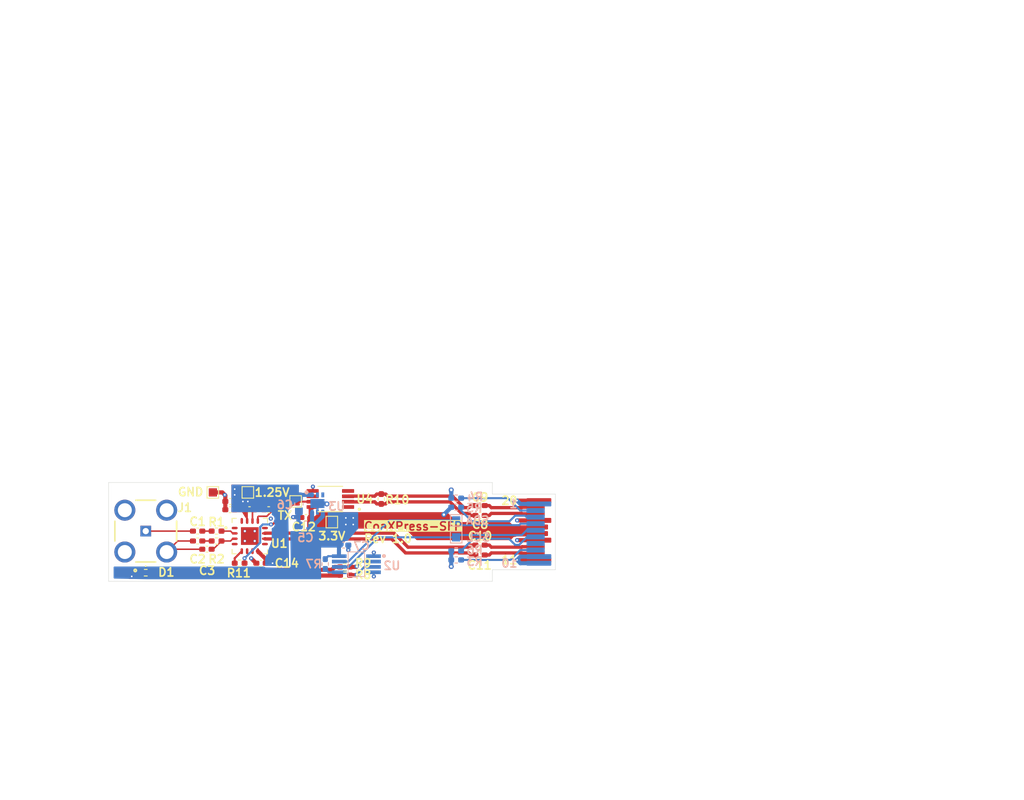
<source format=kicad_pcb>
(kicad_pcb
	(version 20241229)
	(generator "pcbnew")
	(generator_version "9.0")
	(general
		(thickness 1.066)
		(legacy_teardrops no)
	)
	(paper "A4")
	(title_block
		(title "CoaXPress-SFP")
		(date "2025-04-08")
		(rev "1.0")
		(company "M-Labs Limited")
		(comment 1 "Morgan Cheng Tsz Lok")
	)
	(layers
		(0 "F.Cu" signal)
		(4 "In1.Cu" power "L2.Cu")
		(6 "In2.Cu" power "L3.Cu")
		(2 "B.Cu" signal)
		(9 "F.Adhes" user "F.Adhesive")
		(11 "B.Adhes" user "B.Adhesive")
		(13 "F.Paste" user)
		(15 "B.Paste" user)
		(5 "F.SilkS" user "F.Silkscreen")
		(7 "B.SilkS" user "B.Silkscreen")
		(1 "F.Mask" user)
		(3 "B.Mask" user)
		(17 "Dwgs.User" user "User.Drawings")
		(19 "Cmts.User" user "User.Comments")
		(21 "Eco1.User" user "User.Eco1")
		(23 "Eco2.User" user "User.Eco2")
		(25 "Edge.Cuts" user)
		(27 "Margin" user)
		(31 "F.CrtYd" user "F.Courtyard")
		(29 "B.CrtYd" user "B.Courtyard")
		(35 "F.Fab" user)
		(33 "B.Fab" user)
		(39 "User.1" user)
		(41 "User.2" user)
		(43 "User.3" user)
		(45 "User.4" user)
	)
	(setup
		(stackup
			(layer "F.SilkS"
				(type "Top Silk Screen")
			)
			(layer "F.Paste"
				(type "Top Solder Paste")
			)
			(layer "F.Mask"
				(type "Top Solder Mask")
				(thickness 0.03)
			)
			(layer "F.Cu"
				(type "copper")
				(thickness 0.035)
			)
			(layer "dielectric 1"
				(type "prepreg")
				(thickness 0.2 locked)
				(material "FR4 TU-883A")
				(epsilon_r 3.66)
				(loss_tangent 0.0027)
			)
			(layer "In1.Cu"
				(type "copper")
				(thickness 0.018)
			)
			(layer "dielectric 2"
				(type "core")
				(thickness 0.5 locked)
				(material "FR4")
				(epsilon_r 4.6)
				(loss_tangent 0)
			)
			(layer "In2.Cu"
				(type "copper")
				(thickness 0.018)
			)
			(layer "dielectric 3"
				(type "prepreg")
				(thickness 0.2 locked)
				(material "FR4 TU-883A")
				(epsilon_r 3.66)
				(loss_tangent 0.0027)
			)
			(layer "B.Cu"
				(type "copper")
				(thickness 0.035)
			)
			(layer "B.Mask"
				(type "Bottom Solder Mask")
				(thickness 0.03)
			)
			(layer "B.Paste"
				(type "Bottom Solder Paste")
			)
			(layer "B.SilkS"
				(type "Bottom Silk Screen")
			)
			(copper_finish "None")
			(dielectric_constraints yes)
		)
		(pad_to_mask_clearance 0)
		(allow_soldermask_bridges_in_footprints no)
		(tenting front back)
		(pcbplotparams
			(layerselection 0x00000000_00000000_55555555_5755f5ff)
			(plot_on_all_layers_selection 0x00000000_00000000_00000000_00000000)
			(disableapertmacros no)
			(usegerberextensions no)
			(usegerberattributes yes)
			(usegerberadvancedattributes yes)
			(creategerberjobfile yes)
			(dashed_line_dash_ratio 12.000000)
			(dashed_line_gap_ratio 3.000000)
			(svgprecision 4)
			(plotframeref no)
			(mode 1)
			(useauxorigin no)
			(hpglpennumber 1)
			(hpglpenspeed 20)
			(hpglpendiameter 15.000000)
			(pdf_front_fp_property_popups yes)
			(pdf_back_fp_property_popups yes)
			(pdf_metadata yes)
			(pdf_single_document no)
			(dxfpolygonmode yes)
			(dxfimperialunits yes)
			(dxfusepcbnewfont yes)
			(psnegative no)
			(psa4output no)
			(plot_black_and_white yes)
			(sketchpadsonfab no)
			(plotpadnumbers no)
			(hidednponfab no)
			(sketchdnponfab yes)
			(crossoutdnponfab yes)
			(subtractmaskfromsilk no)
			(outputformat 1)
			(mirror no)
			(drillshape 1)
			(scaleselection 1)
			(outputdirectory "")
		)
	)
	(net 0 "")
	(net 1 "Net-(C1-Pad2)")
	(net 2 "Net-(C2-Pad2)")
	(net 3 "Net-(U1-PLL1)")
	(net 4 "GND")
	(net 5 "Net-(J1-IN)")
	(net 6 "Net-(U1-PLL2)")
	(net 7 "+3V3")
	(net 8 "+1V25")
	(net 9 "/TD+")
	(net 10 "unconnected-(J2-RATE_SELECT-Pad7)")
	(net 11 "/D+")
	(net 12 "/TD-")
	(net 13 "/D-")
	(net 14 "SDO+")
	(net 15 "/RD+")
	(net 16 "SDO-")
	(net 17 "/RD-")
	(net 18 "Net-(J2-MOD_DEF0)")
	(net 19 "Net-(J2-LOS)")
	(net 20 "Net-(J2-TX_FAULT)")
	(net 21 "Net-(J2-TX_DISABLE)")
	(net 22 "SDA")
	(net 23 "SCL")
	(net 24 "Net-(U2-~{RESET})")
	(net 25 "Net-(U2-LED0)")
	(net 26 "unconnected-(U1-NC-Pad7)")
	(net 27 "Net-(U2-LED1)")
	(net 28 "Net-(U1-TXLF)")
	(net 29 "TX")
	(net 30 "unconnected-(U1-NC-Pad16)")
	(net 31 "/SDI-")
	(net 32 "unconnected-(U1-NC-Pad1)")
	(net 33 "unconnected-(U1-NC-Pad9)")
	(net 34 "unconnected-(U1-NC-Pad4)")
	(net 35 "unconnected-(U3-NC-Pad2)")
	(net 36 "unconnected-(U1-NC-Pad12)")
	(net 37 "unconnected-(U1-RXLF-Pad6)")
	(net 38 "/SDI+")
	(net 39 "unconnected-(U3-PG-Pad3)")
	(net 40 "unconnected-(U4-VBB-Pad4)")
	(net 41 "unconnected-(U4-NC-Pad1)")
	(net 42 "unconnected-(U4-NC-Pad6)")
	(net 43 "Net-(D1-Pad2)")
	(net 44 "Net-(D1-Pad4)")
	(footprint "TestPoint:TestPoint_Pad_1.0x1.0mm" (layer "F.Cu") (at 166.6 78.8 180))
	(footprint "Capacitor_SMD:C_0402_1005Metric_Pad0.74x0.62mm_HandSolder" (layer "F.Cu") (at 158 83.8 180))
	(footprint "Capacitor_SMD:C_0402_1005Metric_Pad0.74x0.62mm_HandSolder" (layer "F.Cu") (at 184.6 82.8))
	(footprint "Capacitor_SMD:C_0402_1005Metric_Pad0.74x0.62mm_HandSolder" (layer "F.Cu") (at 163.4675 78.25))
	(footprint "Resistor_SMD:R_0402_1005Metric_Pad0.72x0.64mm_HandSolder" (layer "F.Cu") (at 168.2 85.25))
	(footprint "Capacitor_SMD:C_0402_1005Metric_Pad0.74x0.62mm_HandSolder" (layer "F.Cu") (at 151.4325 82.1))
	(footprint "Inductor_SMD:L_0402_1005Metric_Pad0.77x0.64mm_HandSolder" (layer "F.Cu") (at 156.6 77.3 180))
	(footprint "Resistor_SMD:R_0402_1005Metric_Pad0.72x0.64mm_HandSolder" (layer "F.Cu") (at 172.6 75.9995 90))
	(footprint "Capacitor_SMD:C_0402_1005Metric_Pad0.74x0.62mm_HandSolder" (layer "F.Cu") (at 184.6 81.6))
	(footprint "Resistor_SMD:R_0402_1005Metric_Pad0.72x0.64mm_HandSolder" (layer "F.Cu") (at 168.2 84.25))
	(footprint "TestPoint:TestPoint_Pad_1.0x1.0mm" (layer "F.Cu") (at 162.2 76.3))
	(footprint "cxp_sfp:SN65EPT21DGK" (layer "F.Cu") (at 166.42 76 180))
	(footprint "Capacitor_SMD:C_0402_1005Metric_Pad0.74x0.62mm_HandSolder" (layer "F.Cu") (at 150.3 81.1))
	(footprint "Capacitor_SMD:C_0402_1005Metric_Pad0.74x0.62mm_HandSolder" (layer "F.Cu") (at 154.2325 76.3 180))
	(footprint "Resistor_SMD:R_0402_1005Metric_Pad0.72x0.64mm_HandSolder" (layer "F.Cu") (at 152.6 79.9))
	(footprint "Capacitor_SMD:C_0402_1005Metric_Pad0.74x0.62mm_HandSolder" (layer "F.Cu") (at 158.9325 77.3 180))
	(footprint "cxp_sfp:XZVGMDK53W-9" (layer "F.Cu") (at 144 84.95 180))
	(footprint "Capacitor_SMD:C_0402_1005Metric_Pad0.74x0.62mm_HandSolder" (layer "F.Cu") (at 150.3 79.9))
	(footprint "cxp_sfp:EQCO125X40C1-I3DW" (layer "F.Cu") (at 156.6375 80.5))
	(footprint "Capacitor_SMD:C_0402_1005Metric_Pad0.74x0.62mm_HandSolder" (layer "F.Cu") (at 154.2325 77.3 180))
	(footprint "cxp_sfp:034-1030-12G" (layer "F.Cu") (at 144 79.9))
	(footprint "Resistor_SMD:R_0402_1005Metric_Pad0.72x0.64mm_HandSolder" (layer "F.Cu") (at 155.4025 83.8))
	(footprint "Capacitor_SMD:C_0402_1005Metric_Pad0.74x0.62mm_HandSolder" (layer "F.Cu") (at 184.6 76.8))
	(footprint "TestPoint:TestPoint_Pad_1.0x1.0mm" (layer "F.Cu") (at 152.15 75.2 180))
	(footprint "TestPoint:TestPoint_Pad_1.0x1.0mm" (layer "F.Cu") (at 156.4 75.2 180))
	(footprint "Capacitor_SMD:C_0402_1005Metric_Pad0.74x0.62mm_HandSolder" (layer "F.Cu") (at 184.6 78))
	(footprint "Resistor_SMD:R_0402_1005Metric_Pad0.72x0.64mm_HandSolder" (layer "F.Cu") (at 152.6025 81.1))
	(footprint "cxp_sfp:SFP-Edge" (layer "F.Cu") (at 193.75 80))
	(footprint "cxp_sfp:PCA9530DP" (layer "B.Cu") (at 169.58 83.9225 180))
	(footprint "cxp_sfp:TPS7A26125DRVR" (layer "B.Cu") (at 164.85 76.55 -90))
	(footprint "Resistor_SMD:R_0402_1005Metric_Pad0.72x0.64mm_HandSolder" (layer "B.Cu") (at 181.7 82.3 180))
	(footprint "Capacitor_SMD:C_0603_1608Metric_Pad1.08x0.95mm_HandSolder" (layer "B.Cu") (at 162.6 76.6 90))
	(footprint "Capacitor_SMD:C_0603_1608Metric_Pad1.08x0.95mm_HandSolder" (layer "B.Cu") (at 163.4 79.2 180))
	(footprint "Resistor_SMD:R_0402_1005Metric_Pad0.72x0.64mm_HandSolder" (layer "B.Cu") (at 165.8 83.8975 90))
	(footprint "Resistor_SMD:R_0402_1005Metric_Pad0.72x0.64mm_HandSolder" (layer "B.Cu") (at 181.7025 75.9 180))
	(footprint "TestPoint:TestPoint_Pad_1.0x1.0mm" (layer "B.Cu") (at 181.7 78.6))
	(footprint "Resistor_SMD:R_0402_1005Metric_Pad0.72x0.64mm_HandSolder" (layer "B.Cu") (at 181.7 77 180))
	(footprint "Capacitor_SMD:C_0402_1005Metric_Pad0.74x0.62mm_HandSolder" (layer "B.Cu") (at 168.0325 81.6 180))
	(footprint "Resistor_SMD:R_0402_1005Metric_Pad0.72x0.64mm_HandSolder" (layer "B.Cu") (at 181.7 83.4 180))
	(footprint "TestPoint:TestPoint_Pad_1.0x1.0mm" (layer "B.Cu") (at 181.7 80.65))
	(gr_line
		(start 139.485 86)
		(end 186.1 86)
		(stroke
			(width 0.05)
			(type default)
		)
		(locked yes)
		(layer "Edge.Cuts")
		(uuid "5c9494c7-4196-4793-bf45-a7b755805173")
	)
	(gr_line
		(start 186.1 75.4)
		(end 186.1 74)
		(stroke
			(width 0.05)
			(type default)
		)
		(locked yes)
		(layer "Edge.Cuts")
		(uuid "6286d10f-0f6b-442d-a717-7235e668151b")
	)
	(gr_line
		(start 186.1 86)
		(end 186.1 84.6)
		(stroke
			(width 0.05)
			(type default)
		)
		(locked yes)
		(layer "Edge.Cuts")
		(uuid "be0b02d2-cd77-4885-99ea-c63e3e96f7dd")
	)
	(gr_line
		(start 139.485 74)
		(end 139.485 86)
		(stroke
			(width 0.05)
			(type default)
		)
		(locked yes)
		(layer "Edge.Cuts")
		(uuid "d0f14e70-8e83-4537-84d6-c48bee5fc715")
	)
	(gr_line
		(start 139.485 74)
		(end 186.1 74)
		(stroke
			(width 0.05)
			(type solid)
		)
		(locked yes)
		(layer "Edge.Cuts")
		(uuid "eede3bdf-0370-458e-90d9-342d61191031")
	)
	(gr_line
		(start 126.8 34.326)
		(end 250.628572 34.326)
		(stroke
			(width 0.1)
			(type default)
		)
		(layer "F.Fab")
		(uuid "2943d552-6e7a-4806-928f-b67045abd7aa")
	)
	(gr_line
		(start 126.8 23.508)
		(end 250.628572 23.508)
		(stroke
			(width 0.1)
			(type default)
		)
		(layer "F.Fab")
		(uuid "42f101a5-6aa3-486c-936d-51e30096042a")
	)
	(gr_line
		(start 126.8 19.2)
		(end 250.628572 19.2)
		(stroke
			(width 0.1)
			(type default)
		)
		(layer "F.Fab")
		(uuid "551107d0-94f0-4203-bf39-2e67fe34824c")
	)
	(gr_line
		(start 184.25714 19.2)
		(end 184.25714 70.386)
		(stroke
			(width 0.1)
			(type default)
		)
		(layer "F.Fab")
		(uuid "58fd1897-54d2-46cf-9cc2-01061b9477cc")
	)
	(gr_line
		(start 250.628572 19.2)
		(end 250.628572 70.386)
		(stroke
			(width 0.1)
			(type default)
		)
		(layer "F.Fab")
		(uuid "5a80b8ae-4115-49ee-a0d1-f5091a3c5654")
	)
	(gr_line
		(start 167.257142 19.2)
		(end 167.257142 70.386)
		(stroke
			(width 0.1)
			(type default)
		)
		(layer "F.Fab")
		(uuid "5a862b87-5329-440d-8fb2-9466494d31f8")
	)
	(gr_line
		(start 126.8 37.932)
		(end 250.628572 37.932)
		(stroke
			(width 0.1)
			(type default)
		)
		(layer "F.Fab")
		(uuid "60e73dbe-9745-4c65-b907-5db63cf27671")
	)
	(gr_line
		(start 126.8 19.2)
		(end 126.8 70.386)
		(stroke
			(width 0.1)
			(type default)
		)
		(layer "F.Fab")
		(uuid "7f2c577c-a184-480d-ad65-bfddc1901df1")
	)
	(gr_line
		(start 126.8 45.144)
		(end 250.628572 45.144)
		(stroke
			(width 0.1)
			(type default)
		)
		(layer "F.Fab")
		(uuid "81e59614-e59a-4f2d-8960-043b3b491b58")
	)
	(gr_line
		(start 233.671428 19.2)
		(end 233.671428 70.386)
		(stroke
			(width 0.1)
			(type default)
		)
		(layer "F.Fab")
		(uuid "82c39780-ec0a-43d5-93bf-81bedcb53e98")
	)
	(gr_line
		(start 126.8 52.356)
		(end 250.628572 52.356)
		(stroke
			(width 0.1)
			(type default)
		)
		(layer "F.Fab")
		(uuid "9235ed58-048e-43f5-871b-da37beed5689")
	)
	(gr_line
		(start 126.8 55.962)
		(end 250.628572 55.962)
		(stroke
			(width 0.1)
			(type default)
		)
		(layer "F.Fab")
		(uuid "a6bd00fa-51ac-4c60-a62e-2565e7204874")
	)
	(gr_line
		(start 126.8 48.75)
		(end 250.628572 48.75)
		(stroke
			(width 0.1)
			(type default)
		)
		(layer "F.Fab")
		(uuid "b828c0f6-fce6-4205-ab7a-f55d3db5ad86")
	)
	(gr_line
		(start 142.185714 19.2)
		(end 142.185714 70.386)
		(stroke
			(width 0.1)
			(type default)
		)
		(layer "F.Fab")
		(uuid "bf1f635b-f2a5-46c5-b7e4-adb61312ca99")
	)
	(gr_line
		(start 126.8 59.568)
		(end 250.628572 59.568)
		(stroke
			(width 0.1)
			(type default)
		)
		(layer "F.Fab")
		(uuid "c4e675c5-364f-40d1-97ac-fff64ac563be")
	)
	(gr_line
		(start 126.8 66.78)
		(end 250.628572 66.78)
		(stroke
			(width 0.1)
			(type default)
		)
		(layer "F.Fab")
		(uuid "c51949bc-b285-46cd-ba97-05ecf6bab87b")
	)
	(gr_line
		(start 126.8 27.114)
		(end 250.628572 27.114)
		(stroke
			(width 0.1)
			(type default)
		)
		(layer "F.Fab")
		(uuid "ca66c699-55ac-49ec-8789-b84957a1306d")
	)
	(gr_line
		(start 22
... [778515 chars truncated]
</source>
